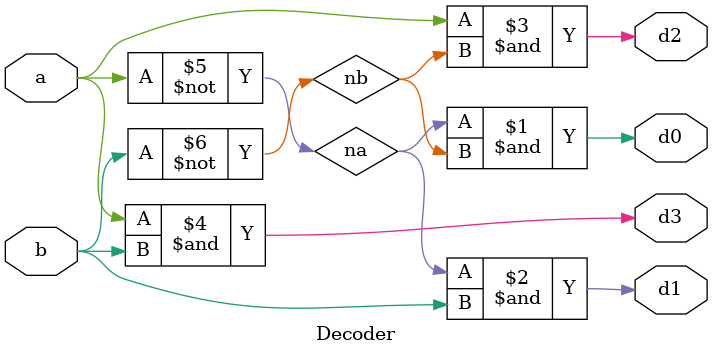
<source format=v>
module Decoder(
  input a, b,
  output d0, d1, d2, d3);
  wire na, nb;

  not (na, a);
  not (nb, b);
  and (d0, na, nb);
  and (d1, na, b);
  and (d2, a, nb);
  and (d3, a, b);

endmodule



</source>
